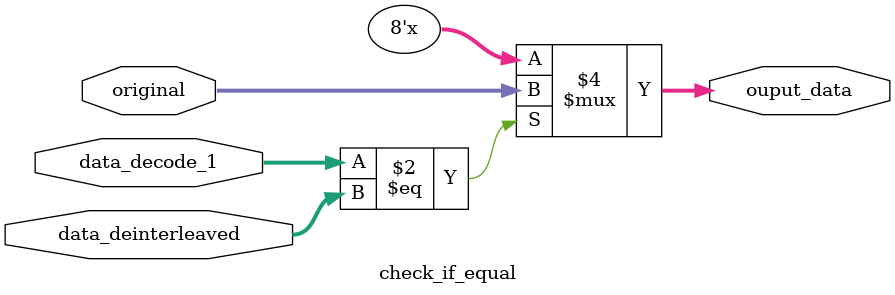
<source format=v>
`timescale 1ns / 1ps


module check_if_equal(
    input [7:0] original,
    input [7:0] data_decode_1,
    input [7:0] data_deinterleaved,
    output reg [7:0] ouput_data
    );
    
    initial begin
        if(data_decode_1 == data_deinterleaved) begin
            ouput_data = original;
            $display("ZDEKODOWANO POPRAWNIE");
         end
    end
    
endmodule

</source>
